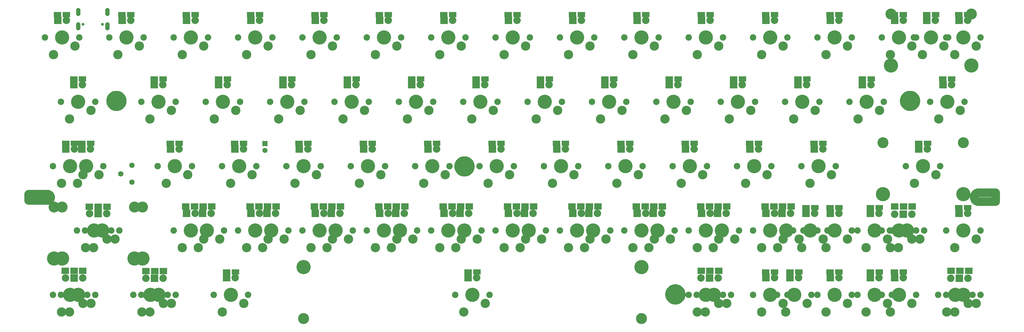
<source format=gbr>
G04 EAGLE Gerber RS-274X export*
G75*
%MOMM*%
%FSLAX66Y66*%
%LPD*%
%INSoldermask Top*%
%IPPOS*%
%AMOC8*
5,1,8,0,0,1.08239X$1,22.5*%
G01*
%ADD10C,0.001000*%
%ADD11C,3.500000*%
%ADD12C,2.500000*%
%ADD13C,4.203200*%
%ADD14C,1.903200*%
%ADD15C,2.743200*%
%ADD16C,2.203200*%
%ADD17R,2.203200X2.203200*%
%ADD18R,2.203200X1.503200*%
%ADD19C,3.253200*%
%ADD20R,2.203200X1.953200*%
%ADD21C,1.511200*%
%ADD22R,1.511200X1.511200*%
%ADD23C,1.603200*%
%ADD24C,0.853200*%
%ADD25C,1.311200*%
%ADD26R,1.403200X1.453200*%


D10*
X135856340Y58250000D02*
X135830611Y58195857D01*
X135806188Y58141112D01*
X135783084Y58085797D01*
X135761313Y58029944D01*
X135740888Y57973586D01*
X135721820Y57916754D01*
X135704120Y57859480D01*
X135687798Y57801799D01*
X135672864Y57743744D01*
X135659326Y57685347D01*
X135647192Y57626642D01*
X135636469Y57567663D01*
X135627164Y57508444D01*
X135619281Y57449018D01*
X135612825Y57389421D01*
X135607800Y57329687D01*
X135604208Y57269848D01*
X135602053Y57209941D01*
X135601334Y57150000D01*
X135602053Y57090059D01*
X135604208Y57030152D01*
X135607800Y56970313D01*
X135612825Y56910579D01*
X135619281Y56850982D01*
X135627164Y56791556D01*
X135636469Y56732337D01*
X135647192Y56673358D01*
X135659326Y56614653D01*
X135672864Y56556256D01*
X135687798Y56498201D01*
X135704120Y56440520D01*
X135721820Y56383246D01*
X135740888Y56326414D01*
X135761313Y56270056D01*
X135783084Y56214203D01*
X135806188Y56158888D01*
X135830611Y56104143D01*
X135856340Y56050000D01*
X267704340Y75448050D02*
X267678611Y75502193D01*
X267654188Y75556938D01*
X267631084Y75612253D01*
X267609313Y75668106D01*
X267588888Y75724464D01*
X267569820Y75781296D01*
X267552120Y75838570D01*
X267535798Y75896251D01*
X267520864Y75954306D01*
X267507326Y76012703D01*
X267495192Y76071408D01*
X267484469Y76130387D01*
X267475164Y76189606D01*
X267467281Y76249032D01*
X267460825Y76308629D01*
X267455800Y76368363D01*
X267452208Y76428202D01*
X267450053Y76488109D01*
X267449334Y76548050D01*
X267450053Y76607991D01*
X267452208Y76667898D01*
X267455800Y76727737D01*
X267460825Y76787471D01*
X267467281Y76847068D01*
X267475164Y76906494D01*
X267484469Y76965713D01*
X267495192Y77024692D01*
X267507326Y77083397D01*
X267520864Y77141794D01*
X267535798Y77199849D01*
X267552120Y77257530D01*
X267569820Y77314804D01*
X267588888Y77371636D01*
X267609313Y77427994D01*
X267631084Y77483847D01*
X267654188Y77539162D01*
X267678611Y77593907D01*
X267704340Y77648050D01*
X32856440Y77648550D02*
X32830711Y77594407D01*
X32806288Y77539662D01*
X32783184Y77484347D01*
X32761413Y77428494D01*
X32740988Y77372136D01*
X32721920Y77315304D01*
X32704220Y77258030D01*
X32687898Y77200349D01*
X32672964Y77142294D01*
X32659426Y77083897D01*
X32647292Y77025192D01*
X32636569Y76966213D01*
X32627264Y76906994D01*
X32619381Y76847568D01*
X32612925Y76787971D01*
X32607900Y76728237D01*
X32604308Y76668398D01*
X32602153Y76608491D01*
X32601434Y76548550D01*
X32602153Y76488609D01*
X32604308Y76428702D01*
X32607900Y76368863D01*
X32612925Y76309129D01*
X32619381Y76249532D01*
X32627264Y76190106D01*
X32636569Y76130887D01*
X32647292Y76071908D01*
X32659426Y76013203D01*
X32672964Y75954806D01*
X32687898Y75896751D01*
X32704220Y75839070D01*
X32721920Y75781796D01*
X32740988Y75724964D01*
X32761413Y75668606D01*
X32783184Y75612753D01*
X32806288Y75557438D01*
X32830711Y75502693D01*
X32856440Y75448550D01*
X198255009Y20350000D02*
X198229280Y20295857D01*
X198204857Y20241112D01*
X198181753Y20185797D01*
X198159982Y20129944D01*
X198139557Y20073586D01*
X198120489Y20016754D01*
X198102789Y19959480D01*
X198086467Y19901800D01*
X198071533Y19843744D01*
X198057995Y19785347D01*
X198045861Y19726642D01*
X198035138Y19667663D01*
X198025833Y19608444D01*
X198017950Y19549018D01*
X198011494Y19489421D01*
X198006469Y19429687D01*
X198002877Y19369848D01*
X198000722Y19309941D01*
X198000003Y19250000D01*
X198000722Y19190059D01*
X198002877Y19130152D01*
X198006469Y19070313D01*
X198011494Y19010579D01*
X198017950Y18950982D01*
X198025833Y18891556D01*
X198035138Y18832337D01*
X198045861Y18773358D01*
X198057995Y18714653D01*
X198071533Y18656256D01*
X198086467Y18598200D01*
X198102789Y18540520D01*
X198120489Y18483246D01*
X198139557Y18426414D01*
X198159982Y18370056D01*
X198181753Y18314203D01*
X198204857Y18258888D01*
X198229280Y18204143D01*
X198255009Y18150000D01*
X37601241Y76517419D02*
X37601241Y76579681D01*
X37346416Y77648550D02*
X37372145Y77594407D01*
X37396568Y77539662D01*
X37419672Y77484347D01*
X37441443Y77428494D01*
X37461868Y77372136D01*
X37480936Y77315304D01*
X37498636Y77258030D01*
X37514958Y77200350D01*
X37529892Y77142294D01*
X37543430Y77083897D01*
X37555564Y77025192D01*
X37566287Y76966213D01*
X37575592Y76906994D01*
X37583475Y76847568D01*
X37589931Y76787971D01*
X37594956Y76728237D01*
X37598548Y76668398D01*
X37600703Y76608491D01*
X37601422Y76548550D01*
X37600703Y76488609D01*
X37598548Y76428702D01*
X37594956Y76368863D01*
X37589931Y76309129D01*
X37583475Y76249532D01*
X37575592Y76190106D01*
X37566287Y76130887D01*
X37555564Y76071908D01*
X37543430Y76013203D01*
X37529892Y75954806D01*
X37514958Y75896750D01*
X37498636Y75839070D01*
X37480936Y75781796D01*
X37461868Y75724964D01*
X37441443Y75668606D01*
X37419672Y75612753D01*
X37396568Y75557438D01*
X37372145Y75502693D01*
X37346416Y75448550D01*
X135856340Y58250000D02*
X135830611Y58195857D01*
X135806188Y58141112D01*
X135783084Y58085797D01*
X135761313Y58029944D01*
X135740888Y57973586D01*
X135721820Y57916754D01*
X135704120Y57859480D01*
X135687798Y57801799D01*
X135672864Y57743744D01*
X135659326Y57685347D01*
X135647192Y57626642D01*
X135636469Y57567663D01*
X135627164Y57508444D01*
X135619281Y57449018D01*
X135612825Y57389421D01*
X135607800Y57329687D01*
X135604208Y57269848D01*
X135602053Y57209941D01*
X135601334Y57150000D01*
X135602053Y57090059D01*
X135604208Y57030152D01*
X135607800Y56970313D01*
X135612825Y56910579D01*
X135619281Y56850982D01*
X135627164Y56791556D01*
X135636469Y56732337D01*
X135647192Y56673358D01*
X135659326Y56614653D01*
X135672864Y56556256D01*
X135687798Y56498201D01*
X135704120Y56440520D01*
X135721820Y56383246D01*
X135740888Y56326414D01*
X135761313Y56270056D01*
X135783084Y56214203D01*
X135806188Y56158888D01*
X135830611Y56104143D01*
X135856340Y56050000D01*
X140346316Y56050000D02*
X140372045Y56104143D01*
X140396468Y56158888D01*
X140419572Y56214203D01*
X140441343Y56270056D01*
X140461768Y56326414D01*
X140480836Y56383246D01*
X140498536Y56440520D01*
X140514858Y56498200D01*
X140529792Y56556256D01*
X140543330Y56614653D01*
X140555464Y56673358D01*
X140566187Y56732337D01*
X140575492Y56791556D01*
X140583375Y56850982D01*
X140589831Y56910579D01*
X140594856Y56970313D01*
X140598448Y57030152D01*
X140600603Y57090059D01*
X140601322Y57150000D01*
X140600603Y57209941D01*
X140598448Y57269848D01*
X140594856Y57329687D01*
X140589831Y57389421D01*
X140583375Y57449018D01*
X140575492Y57508444D01*
X140566187Y57567663D01*
X140555464Y57626642D01*
X140543330Y57685347D01*
X140529792Y57743744D01*
X140514858Y57801800D01*
X140498536Y57859480D01*
X140480836Y57916754D01*
X140461768Y57973586D01*
X140441343Y58029944D01*
X140419572Y58085797D01*
X140396468Y58141112D01*
X140372045Y58195857D01*
X140346316Y58250000D01*
X140601141Y57181131D02*
X140601141Y57118869D01*
X198255009Y20350000D02*
X198229280Y20295857D01*
X198204857Y20241112D01*
X198181753Y20185797D01*
X198159982Y20129944D01*
X198139557Y20073586D01*
X198120489Y20016754D01*
X198102789Y19959480D01*
X198086467Y19901800D01*
X198071533Y19843744D01*
X198057995Y19785347D01*
X198045861Y19726642D01*
X198035138Y19667663D01*
X198025833Y19608444D01*
X198017950Y19549018D01*
X198011494Y19489421D01*
X198006469Y19429687D01*
X198002877Y19369848D01*
X198000722Y19309941D01*
X198000003Y19250000D01*
X198000722Y19190059D01*
X198002877Y19130152D01*
X198006469Y19070313D01*
X198011494Y19010579D01*
X198017950Y18950982D01*
X198025833Y18891556D01*
X198035138Y18832337D01*
X198045861Y18773358D01*
X198057995Y18714653D01*
X198071533Y18656256D01*
X198086467Y18598200D01*
X198102789Y18540520D01*
X198120489Y18483246D01*
X198139557Y18426414D01*
X198159982Y18370056D01*
X198181753Y18314203D01*
X198204857Y18258888D01*
X198229280Y18204143D01*
X198255009Y18150000D01*
X202744988Y18150000D02*
X202770717Y18204143D01*
X202795140Y18258888D01*
X202818244Y18314203D01*
X202840015Y18370056D01*
X202860440Y18426414D01*
X202879508Y18483246D01*
X202897208Y18540520D01*
X202913530Y18598200D01*
X202928464Y18656256D01*
X202942002Y18714653D01*
X202954136Y18773358D01*
X202964859Y18832337D01*
X202974164Y18891556D01*
X202982047Y18950982D01*
X202988503Y19010579D01*
X202993528Y19070313D01*
X202997120Y19130152D01*
X202999275Y19190059D01*
X202999994Y19250000D01*
X202999275Y19309941D01*
X202997120Y19369848D01*
X202993528Y19429687D01*
X202988503Y19489421D01*
X202982047Y19549018D01*
X202974164Y19608444D01*
X202964859Y19667663D01*
X202954136Y19726642D01*
X202942002Y19785347D01*
X202928464Y19843744D01*
X202913530Y19901800D01*
X202897208Y19959480D01*
X202879508Y20016754D01*
X202860440Y20073586D01*
X202840015Y20129944D01*
X202818244Y20185797D01*
X202795140Y20241112D01*
X202770717Y20295857D01*
X202744988Y20350000D01*
X202999809Y19281131D02*
X202999809Y19218869D01*
X267704340Y75448050D02*
X267678611Y75502193D01*
X267654188Y75556938D01*
X267631084Y75612253D01*
X267609313Y75668106D01*
X267588888Y75724464D01*
X267569820Y75781296D01*
X267552120Y75838570D01*
X267535798Y75896251D01*
X267520864Y75954306D01*
X267507326Y76012703D01*
X267495192Y76071408D01*
X267484469Y76130387D01*
X267475164Y76189606D01*
X267467281Y76249032D01*
X267460825Y76308629D01*
X267455800Y76368363D01*
X267452208Y76428202D01*
X267450053Y76488109D01*
X267449334Y76548050D01*
X267450053Y76607991D01*
X267452208Y76667898D01*
X267455800Y76727737D01*
X267460825Y76787471D01*
X267467281Y76847068D01*
X267475164Y76906494D01*
X267484469Y76965713D01*
X267495192Y77024692D01*
X267507326Y77083397D01*
X267520864Y77141794D01*
X267535798Y77199849D01*
X267552120Y77257530D01*
X267569820Y77314804D01*
X267588888Y77371636D01*
X267609313Y77427994D01*
X267631084Y77483847D01*
X267654188Y77539162D01*
X267678611Y77593907D01*
X267704340Y77648050D01*
X272194316Y77648050D02*
X272220045Y77593907D01*
X272244468Y77539162D01*
X272267572Y77483847D01*
X272289343Y77427994D01*
X272309768Y77371636D01*
X272328836Y77314804D01*
X272346536Y77257530D01*
X272362858Y77199850D01*
X272377792Y77141794D01*
X272391330Y77083397D01*
X272403464Y77024692D01*
X272414187Y76965713D01*
X272423492Y76906494D01*
X272431375Y76847068D01*
X272437831Y76787471D01*
X272442856Y76727737D01*
X272446448Y76667898D01*
X272448603Y76607991D01*
X272449322Y76548050D01*
X272448603Y76488109D01*
X272446448Y76428202D01*
X272442856Y76368363D01*
X272437831Y76308629D01*
X272431375Y76249032D01*
X272423492Y76189606D01*
X272414187Y76130387D01*
X272403464Y76071408D01*
X272391330Y76012703D01*
X272377792Y75954306D01*
X272362858Y75896250D01*
X272346536Y75838570D01*
X272328836Y75781296D01*
X272309768Y75724464D01*
X272289343Y75668106D01*
X272267572Y75612253D01*
X272244468Y75556938D01*
X272220045Y75502193D01*
X272194316Y75448050D01*
X272449141Y76516919D02*
X272449141Y76579181D01*
X272194316Y77648050D02*
X272220045Y77593907D01*
X272244468Y77539162D01*
X272267572Y77483847D01*
X272289343Y77427994D01*
X272309768Y77371636D01*
X272328836Y77314804D01*
X272346536Y77257530D01*
X272362858Y77199850D01*
X272377792Y77141794D01*
X272391330Y77083397D01*
X272403464Y77024692D01*
X272414187Y76965713D01*
X272423492Y76906494D01*
X272431375Y76847068D01*
X272437831Y76787471D01*
X272442856Y76727737D01*
X272446448Y76667898D01*
X272448603Y76607991D01*
X272449322Y76548050D01*
X272448603Y76488109D01*
X272446448Y76428202D01*
X272442856Y76368363D01*
X272437831Y76308629D01*
X272431375Y76249032D01*
X272423492Y76189606D01*
X272414187Y76130387D01*
X272403464Y76071408D01*
X272391330Y76012703D01*
X272377792Y75954306D01*
X272362858Y75896250D01*
X272346536Y75838570D01*
X272328836Y75781296D01*
X272309768Y75724464D01*
X272289343Y75668106D01*
X272267572Y75612253D01*
X272244468Y75556938D01*
X272220045Y75502193D01*
X272194316Y75448050D01*
X202744988Y20350000D02*
X202770717Y20295857D01*
X202795140Y20241112D01*
X202818244Y20185797D01*
X202840015Y20129944D01*
X202860440Y20073586D01*
X202879508Y20016754D01*
X202897208Y19959480D01*
X202913530Y19901800D01*
X202928464Y19843744D01*
X202942002Y19785347D01*
X202954136Y19726642D01*
X202964859Y19667663D01*
X202974164Y19608444D01*
X202982047Y19549018D01*
X202988503Y19489421D01*
X202993528Y19429687D01*
X202997120Y19369848D01*
X202999275Y19309941D01*
X202999994Y19250000D01*
X202999275Y19190059D01*
X202997120Y19130152D01*
X202993528Y19070313D01*
X202988503Y19010579D01*
X202982047Y18950982D01*
X202974164Y18891556D01*
X202964859Y18832337D01*
X202954136Y18773358D01*
X202942002Y18714653D01*
X202928464Y18656256D01*
X202913530Y18598200D01*
X202897208Y18540520D01*
X202879508Y18483246D01*
X202860440Y18426414D01*
X202840015Y18370056D01*
X202818244Y18314203D01*
X202795140Y18258888D01*
X202770717Y18204143D01*
X202744988Y18150000D01*
X140346316Y56050000D02*
X140372045Y56104143D01*
X140396468Y56158888D01*
X140419572Y56214203D01*
X140441343Y56270056D01*
X140461768Y56326414D01*
X140480836Y56383246D01*
X140498536Y56440520D01*
X140514858Y56498200D01*
X140529792Y56556256D01*
X140543330Y56614653D01*
X140555464Y56673358D01*
X140566187Y56732337D01*
X140575492Y56791556D01*
X140583375Y56850982D01*
X140589831Y56910579D01*
X140594856Y56970313D01*
X140598448Y57030152D01*
X140600603Y57090059D01*
X140601322Y57150000D01*
X140600603Y57209941D01*
X140598448Y57269848D01*
X140594856Y57329687D01*
X140589831Y57389421D01*
X140583375Y57449018D01*
X140575492Y57508444D01*
X140566187Y57567663D01*
X140555464Y57626642D01*
X140543330Y57685347D01*
X140529792Y57743744D01*
X140514858Y57801800D01*
X140498536Y57859480D01*
X140480836Y57916754D01*
X140461768Y57973586D01*
X140441343Y58029944D01*
X140419572Y58085797D01*
X140396468Y58141112D01*
X140372045Y58195857D01*
X140346316Y58250000D01*
D11*
X33851431Y76548550D02*
X33851807Y76579227D01*
X33852937Y76609885D01*
X33854818Y76640506D01*
X33857450Y76671071D01*
X33860832Y76701563D01*
X33864960Y76731963D01*
X33869834Y76762252D01*
X33875449Y76792413D01*
X33881803Y76822427D01*
X33888892Y76852275D01*
X33896711Y76881941D01*
X33905256Y76911406D01*
X33914521Y76940652D01*
X33924501Y76969662D01*
X33935190Y76998419D01*
X33946582Y77026904D01*
X33958669Y77055102D01*
X33971444Y77082994D01*
X33984901Y77110564D01*
X33999029Y77137796D01*
X34013822Y77164673D01*
X34029270Y77191178D01*
X34045364Y77217297D01*
X34062094Y77243013D01*
X34079450Y77268310D01*
X34097422Y77293174D01*
X34115998Y77317589D01*
X34135168Y77341542D01*
X34154920Y77365016D01*
X34175242Y77387999D01*
X34196122Y77410476D01*
X34217548Y77432433D01*
X34239505Y77453859D01*
X34261982Y77474739D01*
X34284965Y77495061D01*
X34308439Y77514813D01*
X34332392Y77533983D01*
X34356807Y77552559D01*
X34381671Y77570531D01*
X34406968Y77587887D01*
X34432684Y77604617D01*
X34458803Y77620711D01*
X34485308Y77636159D01*
X34512185Y77650952D01*
X34539417Y77665080D01*
X34566987Y77678537D01*
X34594879Y77691312D01*
X34623077Y77703399D01*
X34651562Y77714791D01*
X34680319Y77725480D01*
X34709329Y77735460D01*
X34738575Y77744725D01*
X34768040Y77753270D01*
X34797706Y77761089D01*
X34827554Y77768178D01*
X34857568Y77774532D01*
X34887729Y77780147D01*
X34918018Y77785021D01*
X34948418Y77789149D01*
X34978910Y77792531D01*
X35009475Y77795163D01*
X35040096Y77797044D01*
X35070754Y77798174D01*
X35101431Y77798550D01*
X35132108Y77798174D01*
X35162766Y77797044D01*
X35193387Y77795163D01*
X35223952Y77792531D01*
X35254444Y77789149D01*
X35284844Y77785021D01*
X35315133Y77780147D01*
X35345294Y77774532D01*
X35375308Y77768178D01*
X35405156Y77761089D01*
X35434822Y77753270D01*
X35464287Y77744725D01*
X35493533Y77735460D01*
X35522543Y77725480D01*
X35551300Y77714791D01*
X35579785Y77703399D01*
X35607983Y77691312D01*
X35635875Y77678537D01*
X35663445Y77665080D01*
X35690677Y77650952D01*
X35717554Y77636159D01*
X35744059Y77620711D01*
X35770178Y77604617D01*
X35795894Y77587887D01*
X35821191Y77570531D01*
X35846055Y77552559D01*
X35870470Y77533983D01*
X35894423Y77514813D01*
X35917897Y77495061D01*
X35940880Y77474739D01*
X35963357Y77453859D01*
X35985314Y77432433D01*
X36006740Y77410476D01*
X36027620Y77387999D01*
X36047942Y77365016D01*
X36067694Y77341542D01*
X36086864Y77317589D01*
X36105440Y77293174D01*
X36123412Y77268310D01*
X36140768Y77243013D01*
X36157498Y77217297D01*
X36173592Y77191178D01*
X36189040Y77164673D01*
X36203833Y77137796D01*
X36217961Y77110564D01*
X36231418Y77082994D01*
X36244193Y77055102D01*
X36256280Y77026904D01*
X36267672Y76998419D01*
X36278361Y76969662D01*
X36288341Y76940652D01*
X36297606Y76911406D01*
X36306151Y76881941D01*
X36313970Y76852275D01*
X36321059Y76822427D01*
X36327413Y76792413D01*
X36333028Y76762252D01*
X36337902Y76731963D01*
X36342030Y76701563D01*
X36345412Y76671071D01*
X36348044Y76640506D01*
X36349925Y76609885D01*
X36351055Y76579227D01*
X36351431Y76548550D01*
X36351055Y76517873D01*
X36349925Y76487215D01*
X36348044Y76456594D01*
X36345412Y76426029D01*
X36342030Y76395537D01*
X36337902Y76365137D01*
X36333028Y76334848D01*
X36327413Y76304687D01*
X36321059Y76274673D01*
X36313970Y76244825D01*
X36306151Y76215159D01*
X36297606Y76185694D01*
X36288341Y76156448D01*
X36278361Y76127438D01*
X36267672Y76098681D01*
X36256280Y76070196D01*
X36244193Y76041998D01*
X36231418Y76014106D01*
X36217961Y75986536D01*
X36203833Y75959304D01*
X36189040Y75932427D01*
X36173592Y75905922D01*
X36157498Y75879803D01*
X36140768Y75854087D01*
X36123412Y75828790D01*
X36105440Y75803926D01*
X36086864Y75779511D01*
X36067694Y75755558D01*
X36047942Y75732084D01*
X36027620Y75709101D01*
X36006740Y75686624D01*
X35985314Y75664667D01*
X35963357Y75643241D01*
X35940880Y75622361D01*
X35917897Y75602039D01*
X35894423Y75582287D01*
X35870470Y75563117D01*
X35846055Y75544541D01*
X35821191Y75526569D01*
X35795894Y75509213D01*
X35770178Y75492483D01*
X35744059Y75476389D01*
X35717554Y75460941D01*
X35690677Y75446148D01*
X35663445Y75432020D01*
X35635875Y75418563D01*
X35607983Y75405788D01*
X35579785Y75393701D01*
X35551300Y75382309D01*
X35522543Y75371620D01*
X35493533Y75361640D01*
X35464287Y75352375D01*
X35434822Y75343830D01*
X35405156Y75336011D01*
X35375308Y75328922D01*
X35345294Y75322568D01*
X35315133Y75316953D01*
X35284844Y75312079D01*
X35254444Y75307951D01*
X35223952Y75304569D01*
X35193387Y75301937D01*
X35162766Y75300056D01*
X35132108Y75298926D01*
X35101431Y75298550D01*
X35070754Y75298926D01*
X35040096Y75300056D01*
X35009475Y75301937D01*
X34978910Y75304569D01*
X34948418Y75307951D01*
X34918018Y75312079D01*
X34887729Y75316953D01*
X34857568Y75322568D01*
X34827554Y75328922D01*
X34797706Y75336011D01*
X34768040Y75343830D01*
X34738575Y75352375D01*
X34709329Y75361640D01*
X34680319Y75371620D01*
X34651562Y75382309D01*
X34623077Y75393701D01*
X34594879Y75405788D01*
X34566987Y75418563D01*
X34539417Y75432020D01*
X34512185Y75446148D01*
X34485308Y75460941D01*
X34458803Y75476389D01*
X34432684Y75492483D01*
X34406968Y75509213D01*
X34381671Y75526569D01*
X34356807Y75544541D01*
X34332392Y75563117D01*
X34308439Y75582287D01*
X34284965Y75602039D01*
X34261982Y75622361D01*
X34239505Y75643241D01*
X34217548Y75664667D01*
X34196122Y75686624D01*
X34175242Y75709101D01*
X34154920Y75732084D01*
X34135168Y75755558D01*
X34115998Y75779511D01*
X34097422Y75803926D01*
X34079450Y75828790D01*
X34062094Y75854087D01*
X34045364Y75879803D01*
X34029270Y75905922D01*
X34013822Y75932427D01*
X33999029Y75959304D01*
X33984901Y75986536D01*
X33971444Y76014106D01*
X33958669Y76041998D01*
X33946582Y76070196D01*
X33935190Y76098681D01*
X33924501Y76127438D01*
X33914521Y76156448D01*
X33905256Y76185694D01*
X33896711Y76215159D01*
X33888892Y76244825D01*
X33881803Y76274673D01*
X33875449Y76304687D01*
X33869834Y76334848D01*
X33864960Y76365137D01*
X33860832Y76395537D01*
X33857450Y76426029D01*
X33854818Y76456594D01*
X33852937Y76487215D01*
X33851807Y76517873D01*
X33851431Y76548550D01*
D12*
X14738281Y48862890D02*
X14761105Y48862612D01*
X14783916Y48861778D01*
X14806700Y48860390D01*
X14829443Y48858446D01*
X14852132Y48855950D01*
X14874754Y48852901D01*
X14897295Y48849303D01*
X14919741Y48845157D01*
X14942080Y48840466D01*
X14964297Y48835232D01*
X14986381Y48829458D01*
X15008318Y48823149D01*
X15030095Y48816307D01*
X15051698Y48808937D01*
X15073116Y48801043D01*
X15094335Y48792630D01*
X15115343Y48783702D01*
X15136127Y48774266D01*
X15156675Y48764326D01*
X15176975Y48753889D01*
X15197015Y48742961D01*
X15216783Y48731548D01*
X15236267Y48719657D01*
X15255456Y48707295D01*
X15274338Y48694470D01*
X15292903Y48681188D01*
X15311138Y48667458D01*
X15329033Y48653289D01*
X15346579Y48638688D01*
X15363763Y48623663D01*
X15380576Y48608225D01*
X15397009Y48592382D01*
X15413051Y48576144D01*
X15428693Y48559520D01*
X15443925Y48542519D01*
X15458739Y48525153D01*
X15473125Y48507432D01*
X15487076Y48489365D01*
X15500582Y48470964D01*
X15513637Y48452239D01*
X15526232Y48433202D01*
X15538359Y48413865D01*
X15550012Y48394237D01*
X15561183Y48374332D01*
X15571867Y48354160D01*
X15582056Y48333734D01*
X15591744Y48313066D01*
X15600927Y48292169D01*
X15609598Y48271054D01*
X15617752Y48249734D01*
X15625385Y48228222D01*
X15632491Y48206530D01*
X15639067Y48184672D01*
X15645109Y48162660D01*
X15650613Y48140507D01*
X15655576Y48118228D01*
X15659996Y48095833D01*
X15663868Y48073338D01*
X15667191Y48050755D01*
X15669964Y48028098D01*
X15672184Y48005380D01*
X15673850Y47982615D01*
X15674962Y47959816D01*
X15675518Y47936997D01*
X15675518Y47914171D01*
X15674962Y47891352D01*
X15673850Y47868553D01*
X15672184Y47845788D01*
X15669964Y47823070D01*
X15667191Y47800413D01*
X15663868Y47777830D01*
X15659996Y47755335D01*
X15655576Y47732940D01*
X15650613Y47710661D01*
X15645109Y47688508D01*
X15639067Y47666496D01*
X15632491Y47644638D01*
X15625385Y47622946D01*
X15617752Y47601434D01*
X15609598Y47580114D01*
X15600927Y47558999D01*
X15591744Y47538102D01*
X15582056Y47517434D01*
X15571867Y47497008D01*
X15561183Y47476836D01*
X15550012Y47456931D01*
X15538359Y47437303D01*
X15526232Y47417966D01*
X15513637Y47398929D01*
X15500582Y47380204D01*
X15487076Y47361803D01*
X15473125Y47343736D01*
X15458739Y47326015D01*
X15443925Y47308649D01*
X15428693Y47291648D01*
X15413051Y47275024D01*
X15397009Y47258786D01*
X15380576Y47242943D01*
X15363763Y47227505D01*
X15346579Y47212480D01*
X15329033Y47197879D01*
X15311138Y47183710D01*
X15292903Y47169980D01*
X15274338Y47156698D01*
X15255456Y47143873D01*
X15236267Y47131511D01*
X15216783Y47119620D01*
X15197015Y47108207D01*
X15176975Y47097279D01*
X15156675Y47086842D01*
X15136127Y47076902D01*
X15115343Y47067466D01*
X15094335Y47058538D01*
X15073116Y47050125D01*
X15051698Y47042231D01*
X15030095Y47034861D01*
X15008318Y47028019D01*
X14986381Y47021710D01*
X14964297Y47015936D01*
X14942080Y47010702D01*
X14919741Y47006011D01*
X14897295Y47001865D01*
X14874754Y46998267D01*
X14852132Y46995218D01*
X14829443Y46992722D01*
X14806700Y46990778D01*
X14783916Y46989390D01*
X14761105Y46988556D01*
X14738281Y46988278D01*
D11*
X136851331Y57150000D02*
X136851707Y57180677D01*
X136852837Y57211335D01*
X136854718Y57241956D01*
X136857350Y57272521D01*
X136860732Y57303013D01*
X136864860Y57333413D01*
X136869734Y57363702D01*
X136875349Y57393863D01*
X136881703Y57423877D01*
X136888792Y57453725D01*
X136896611Y57483391D01*
X136905156Y57512856D01*
X136914421Y57542102D01*
X136924401Y57571112D01*
X136935090Y57599869D01*
X136946482Y57628354D01*
X136958569Y57656552D01*
X136971344Y57684444D01*
X136984801Y57712014D01*
X136998929Y57739246D01*
X137013722Y57766123D01*
X137029170Y57792628D01*
X137045264Y57818747D01*
X137061994Y57844463D01*
X137079350Y57869760D01*
X137097322Y57894624D01*
X137115898Y57919039D01*
X137135068Y57942992D01*
X137154820Y57966466D01*
X137175142Y57989449D01*
X137196022Y58011926D01*
X137217448Y58033883D01*
X137239405Y58055309D01*
X137261882Y58076189D01*
X137284865Y58096511D01*
X137308339Y58116263D01*
X137332292Y58135433D01*
X137356707Y58154009D01*
X137381571Y58171981D01*
X137406868Y58189337D01*
X137432584Y58206067D01*
X137458703Y58222161D01*
X137485208Y58237609D01*
X137512085Y58252402D01*
X137539317Y58266530D01*
X137566887Y58279987D01*
X137594779Y58292762D01*
X137622977Y58304849D01*
X137651462Y58316241D01*
X137680219Y58326930D01*
X137709229Y58336910D01*
X137738475Y58346175D01*
X137767940Y58354720D01*
X137797606Y58362539D01*
X137827454Y58369628D01*
X137857468Y58375982D01*
X137887629Y58381597D01*
X137917918Y58386471D01*
X137948318Y58390599D01*
X137978810Y58393981D01*
X138009375Y58396613D01*
X138039996Y58398494D01*
X138070654Y58399624D01*
X138101331Y58400000D01*
X138132008Y58399624D01*
X138162666Y58398494D01*
X138193287Y58396613D01*
X138223852Y58393981D01*
X138254344Y58390599D01*
X138284744Y58386471D01*
X138315033Y58381597D01*
X138345194Y58375982D01*
X138375208Y58369628D01*
X138405056Y58362539D01*
X138434722Y58354720D01*
X138464187Y58346175D01*
X138493433Y58336910D01*
X138522443Y58326930D01*
X138551200Y58316241D01*
X138579685Y58304849D01*
X138607883Y58292762D01*
X138635775Y58279987D01*
X138663345Y58266530D01*
X138690577Y58252402D01*
X138717454Y58237609D01*
X138743959Y58222161D01*
X138770078Y58206067D01*
X138795794Y58189337D01*
X138821091Y58171981D01*
X138845955Y58154009D01*
X138870370Y58135433D01*
X138894323Y58116263D01*
X138917797Y58096511D01*
X138940780Y58076189D01*
X138963257Y58055309D01*
X138985214Y58033883D01*
X139006640Y58011926D01*
X139027520Y57989449D01*
X139047842Y57966466D01*
X139067594Y57942992D01*
X139086764Y57919039D01*
X139105340Y57894624D01*
X139123312Y57869760D01*
X139140668Y57844463D01*
X139157398Y57818747D01*
X139173492Y57792628D01*
X139188940Y57766123D01*
X139203733Y57739246D01*
X139217861Y57712014D01*
X139231318Y57684444D01*
X139244093Y57656552D01*
X139256180Y57628354D01*
X139267572Y57599869D01*
X139278261Y57571112D01*
X139288241Y57542102D01*
X139297506Y57512856D01*
X139306051Y57483391D01*
X139313870Y57453725D01*
X139320959Y57423877D01*
X139327313Y57393863D01*
X139332928Y57363702D01*
X139337802Y57333413D01*
X139341930Y57303013D01*
X139345312Y57272521D01*
X139347944Y57241956D01*
X139349825Y57211335D01*
X139350955Y57180677D01*
X139351331Y57150000D01*
X139350955Y57119323D01*
X139349825Y57088665D01*
X139347944Y57058044D01*
X139345312Y57027479D01*
X139341930Y56996987D01*
X139337802Y56966587D01*
X139332928Y56936298D01*
X139327313Y56906137D01*
X139320959Y56876123D01*
X139313870Y56846275D01*
X139306051Y56816609D01*
X139297506Y56787144D01*
X139288241Y56757898D01*
X139278261Y56728888D01*
X139267572Y56700131D01*
X139256180Y56671646D01*
X139244093Y56643448D01*
X139231318Y56615556D01*
X139217861Y56587986D01*
X139203733Y56560754D01*
X139188940Y56533877D01*
X139173492Y56507372D01*
X139157398Y56481253D01*
X139140668Y56455537D01*
X139123312Y56430240D01*
X139105340Y56405376D01*
X139086764Y56380961D01*
X139067594Y56357008D01*
X139047842Y56333534D01*
X139027520Y56310551D01*
X139006640Y56288074D01*
X138985214Y56266117D01*
X138963257Y56244691D01*
X138940780Y56223811D01*
X138917797Y56203489D01*
X138894323Y56183737D01*
X138870370Y56164567D01*
X138845955Y56145991D01*
X138821091Y56128019D01*
X138795794Y56110663D01*
X138770078Y56093933D01*
X138743959Y56077839D01*
X138717454Y56062391D01*
X138690577Y56047598D01*
X138663345Y56033470D01*
X138635775Y56020013D01*
X138607883Y56007238D01*
X138579685Y55995151D01*
X138551200Y55983759D01*
X138522443Y55973070D01*
X138493433Y55963090D01*
X138464187Y55953825D01*
X138434722Y55945280D01*
X138405056Y55937461D01*
X138375208Y55930372D01*
X138345194Y55924018D01*
X138315033Y55918403D01*
X138284744Y55913529D01*
X138254344Y55909401D01*
X138223852Y55906019D01*
X138193287Y55903387D01*
X138162666Y55901506D01*
X138132008Y55900376D01*
X138101331Y55900000D01*
X138070654Y55900376D01*
X138039996Y55901506D01*
X138009375Y55903387D01*
X137978810Y55906019D01*
X137948318Y55909401D01*
X137917918Y55913529D01*
X137887629Y55918403D01*
X137857468Y55924018D01*
X137827454Y55930372D01*
X137797606Y55937461D01*
X137767940Y55945280D01*
X137738475Y55953825D01*
X137709229Y55963090D01*
X137680219Y55973070D01*
X137651462Y55983759D01*
X137622977Y55995151D01*
X137594779Y56007238D01*
X137566887Y56020013D01*
X137539317Y56033470D01*
X137512085Y56047598D01*
X137485208Y56062391D01*
X137458703Y56077839D01*
X137432584Y56093933D01*
X137406868Y56110663D01*
X137381571Y56128019D01*
X137356707Y56145991D01*
X137332292Y56164567D01*
X137308339Y56183737D01*
X137284865Y56203489D01*
X137261882Y56223811D01*
X137239405Y56244691D01*
X137217448Y56266117D01*
X137196022Y56288074D01*
X137175142Y56310551D01*
X137154820Y56333534D01*
X137135068Y56357008D01*
X137115898Y56380961D01*
X137097322Y56405376D01*
X137079350Y56430240D01*
X137061994Y56455537D01*
X137045264Y56481253D01*
X137029170Y56507372D01*
X137013722Y56533877D01*
X136998929Y56560754D01*
X136984801Y56587986D01*
X136971344Y56615556D01*
X136958569Y56643448D01*
X136946482Y56671646D01*
X136935090Y56700131D01*
X136924401Y56728888D01*
X136914421Y56757898D01*
X136905156Y56787144D01*
X136896611Y56816609D01*
X136888792Y56846275D01*
X136881703Y56876123D01*
X136875349Y56906137D01*
X136869734Y56936298D01*
X136864860Y56966587D01*
X136860732Y56996987D01*
X136857350Y57027479D01*
X136854718Y57058044D01*
X136852837Y57088665D01*
X136851707Y57119323D01*
X136851331Y57150000D01*
X199250000Y19250000D02*
X199250376Y19280677D01*
X199251506Y19311335D01*
X199253387Y19341956D01*
X199256019Y19372521D01*
X199259401Y19403013D01*
X199263529Y19433413D01*
X199268403Y19463702D01*
X199274018Y19493863D01*
X199280372Y19523877D01*
X199287461Y19553725D01*
X199295280Y19583391D01*
X199303825Y19612856D01*
X199313090Y19642102D01*
X199323070Y19671112D01*
X199333759Y19699869D01*
X199345151Y19728354D01*
X199357238Y19756552D01*
X199370013Y19784444D01*
X199383470Y19812014D01*
X199397598Y19839246D01*
X199412391Y19866123D01*
X199427839Y19892628D01*
X199443933Y19918747D01*
X199460663Y19944463D01*
X199478019Y19969760D01*
X199495991Y19994624D01*
X199514567Y20019039D01*
X199533737Y20042992D01*
X199553489Y20066466D01*
X199573811Y20089449D01*
X199594691Y20111926D01*
X199616117Y20133883D01*
X199638074Y20155309D01*
X199660551Y20176189D01*
X199683534Y20196511D01*
X199707008Y20216263D01*
X199730961Y20235433D01*
X199755376Y20254009D01*
X199780240Y20271981D01*
X199805537Y20289337D01*
X199831253Y20306067D01*
X199857372Y20322161D01*
X199883877Y20337609D01*
X199910754Y20352402D01*
X199937986Y20366530D01*
X199965556Y20379987D01*
X199993448Y20392762D01*
X200021646Y20404849D01*
X200050131Y20416241D01*
X200078888Y20426930D01*
X200107898Y20436910D01*
X200137144Y20446175D01*
X200166609Y20454720D01*
X200196275Y20462539D01*
X200226123Y20469628D01*
X200256137Y20475982D01*
X200286298Y20481597D01*
X200316587Y20486471D01*
X200346987Y20490599D01*
X200377479Y20493981D01*
X200408044Y20496613D01*
X200438665Y20498494D01*
X200469323Y20499624D01*
X200500000Y20500000D01*
X200530677Y20499624D01*
X200561335Y20498494D01*
X200591956Y20496613D01*
X200622521Y20493981D01*
X200653013Y20490599D01*
X200683413Y20486471D01*
X200713702Y20481597D01*
X200743863Y20475982D01*
X200773877Y20469628D01*
X200803725Y20462539D01*
X200833391Y20454720D01*
X200862856Y20446175D01*
X200892102Y20436910D01*
X200921112Y20426930D01*
X200949869Y20416241D01*
X200978354Y20404849D01*
X201006552Y20392762D01*
X201034444Y20379987D01*
X201062014Y20366530D01*
X201089246Y20352402D01*
X201116123Y20337609D01*
X201142628Y20322161D01*
X201168747Y20306067D01*
X201194463Y20289337D01*
X201219760Y20271981D01*
X201244624Y20254009D01*
X201269039Y20235433D01*
X201292992Y20216263D01*
X201316466Y20196511D01*
X201339449Y20176189D01*
X201361926Y20155309D01*
X201383883Y20133883D01*
X201405309Y20111926D01*
X201426189Y20089449D01*
X201446511Y20066466D01*
X201466263Y20042992D01*
X201485433Y20019039D01*
X201504009Y19994624D01*
X201521981Y19969760D01*
X201539337Y19944463D01*
X201556067Y19918747D01*
X201572161Y19892628D01*
X201587609Y19866123D01*
X201602402Y19839246D01*
X201616530Y19812014D01*
X201629987Y19784444D01*
X201642762Y19756552D01*
X201654849Y19728354D01*
X201666241Y19699869D01*
X201676930Y19671112D01*
X201686910Y19642102D01*
X201696175Y19612856D01*
X201704720Y19583391D01*
X201712539Y19553725D01*
X201719628Y19523877D01*
X201725982Y19493863D01*
X201731597Y19463702D01*
X201736471Y19433413D01*
X201740599Y19403013D01*
X201743981Y19372521D01*
X201746613Y19341956D01*
X201748494Y19311335D01*
X201749624Y19280677D01*
X201750000Y19250000D01*
X201749624Y19219323D01*
X201748494Y19188665D01*
X201746613Y19158044D01*
X201743981Y19127479D01*
X201740599Y19096987D01*
X201736471Y19066587D01*
X201731597Y19036298D01*
X201725982Y19006137D01*
X201719628Y18976123D01*
X201712539Y18946275D01*
X201704720Y18916609D01*
X201696175Y18887144D01*
X201686910Y18857898D01*
X201676930Y18828888D01*
X201666241Y18800131D01*
X201654849Y18771646D01*
X201642762Y18743448D01*
X201629987Y18715556D01*
X201616530Y18687986D01*
X201602402Y18660754D01*
X201587609Y18633877D01*
X201572161Y18607372D01*
X201556067Y18581253D01*
X201539337Y18555537D01*
X201521981Y18530240D01*
X201504009Y18505376D01*
X201485433Y18480961D01*
X201466263Y18457008D01*
X201446511Y18433534D01*
X201426189Y18410551D01*
X201405309Y18388074D01*
X201383883Y18366117D01*
X201361926Y18344691D01*
X201339449Y18323811D01*
X201316466Y18303489D01*
X201292992Y18283737D01*
X201269039Y18264567D01*
X201244624Y18245991D01*
X201219760Y18228019D01*
X201194463Y18210663D01*
X201168747Y18193933D01*
X201142628Y18177839D01*
X201116123Y18162391D01*
X201089246Y18147598D01*
X201062014Y18133470D01*
X201034444Y18120013D01*
X201006552Y18107238D01*
X200978354Y18095151D01*
X200949869Y18083759D01*
X200921112Y18073070D01*
X200892102Y18063090D01*
X200862856Y18053825D01*
X200833391Y18045280D01*
X200803725Y18037461D01*
X200773877Y18030372D01*
X200743863Y18024018D01*
X200713702Y18018403D01*
X200683413Y18013529D01*
X200653013Y18009401D01*
X200622521Y18006019D01*
X200591956Y18003387D01*
X200561335Y18001506D01*
X200530677Y18000376D01*
X200500000Y18000000D01*
X200469323Y18000376D01*
X200438665Y18001506D01*
X200408044Y18003387D01*
X200377479Y18006019D01*
X200346987Y18009401D01*
X200316587Y18013529D01*
X200286298Y18018403D01*
X200256137Y18024018D01*
X200226123Y18030372D01*
X200196275Y18037461D01*
X200166609Y18045280D01*
X200137144Y18053825D01*
X200107898Y18063090D01*
X200078888Y18073070D01*
X200050131Y18083759D01*
X200021646Y18095151D01*
X199993448Y18107238D01*
X199965556Y18120013D01*
X199937986Y18133470D01*
X199910754Y18147598D01*
X199883877Y18162391D01*
X199857372Y18177839D01*
X199831253Y18193933D01*
X199805537Y18210663D01*
X199780240Y18228019D01*
X199755376Y18245991D01*
X199730961Y18264567D01*
X199707008Y18283737D01*
X199683534Y18303489D01*
X199660551Y18323811D01*
X199638074Y18344691D01*
X199616117Y18366117D01*
X199594691Y18388074D01*
X199573811Y18410551D01*
X199553489Y18433534D01*
X199533737Y18457008D01*
X199514567Y18480961D01*
X199495991Y18505376D01*
X199478019Y18530240D01*
X199460663Y18555537D01*
X199443933Y18581253D01*
X199427839Y18607372D01*
X199412391Y18633877D01*
X199397598Y18660754D01*
X199383470Y18687986D01*
X199370013Y18715556D01*
X199357238Y18743448D01*
X199345151Y18771646D01*
X199333759Y18800131D01*
X199323070Y18828888D01*
X199313090Y18857898D01*
X199303825Y18887144D01*
X199295280Y18916609D01*
X199287461Y18946275D01*
X199280372Y18976123D01*
X199274018Y19006137D01*
X199268403Y19036298D01*
X199263529Y19066587D01*
X199259401Y19096987D01*
X199256019Y19127479D01*
X199253387Y19158044D01*
X199251506Y19188665D01*
X199250376Y19219323D01*
X199250000Y19250000D01*
X268699331Y76548050D02*
X268699707Y76578727D01*
X268700837Y76609385D01*
X268702718Y76640006D01*
X268705350Y76670571D01*
X268708732Y76701063D01*
X268712860Y76731463D01*
X268717734Y76761752D01*
X268723349Y76791913D01*
X268729703Y76821927D01*
X268736792Y76851775D01*
X268744611Y76881441D01*
X268753156Y76910906D01*
X268762421Y76940152D01*
X268772401Y76969162D01*
X268783090Y76997919D01*
X268794482Y77026404D01*
X268806569Y77054602D01*
X268819344Y77082494D01*
X268832801Y77110064D01*
X268846929Y77137296D01*
X268861722Y77164173D01*
X268877170Y77190678D01*
X268893264Y77216797D01*
X268909994Y77242513D01*
X268927350Y77267810D01*
X268945322Y77292674D01*
X268963898Y77317089D01*
X268983068Y77341042D01*
X269002820Y77364516D01*
X269023142Y77387499D01*
X269044022Y77409976D01*
X269065448Y77431933D01*
X269087405Y77453359D01*
X269109882Y77474239D01*
X269132865Y77494561D01*
X269156339Y77514313D01*
X269180292Y77533483D01*
X269204707Y77552059D01*
X269229571Y77570031D01*
X269254868Y77587387D01*
X269280584Y77604117D01*
X269306703Y77620211D01*
X269333208Y77635659D01*
X269360085Y77650452D01*
X269387317Y77664580D01*
X269414887Y77678037D01*
X269442779Y77690812D01*
X269470977Y77702899D01*
X269499462Y77714291D01*
X269528219Y77724980D01*
X269557229Y77734960D01*
X269586475Y77744225D01*
X269615940Y77752770D01*
X269645606Y77760589D01*
X269675454Y77767678D01*
X269705468Y77774032D01*
X269735629Y77779647D01*
X269765918Y77784521D01*
X269796318Y77788649D01*
X269826810Y77792031D01*
X269857375Y77794663D01*
X269887996Y77796544D01*
X269918654Y77797674D01*
X269949331Y77798050D01*
X269980008Y77797674D01*
X270010666Y77796544D01*
X270041287Y77794663D01*
X270071852Y77792031D01*
X270102344Y77788649D01*
X270132744Y77784521D01*
X270163033Y77779647D01*
X270193194Y77774032D01*
X270223208Y77767678D01*
X270253056Y77760589D01*
X270282722Y77752770D01*
X270312187Y77744225D01*
X270341433Y77734960D01*
X270370443Y77724980D01*
X270399200Y77714291D01*
X270427685Y77702899D01*
X270455883Y77690812D01*
X270483775Y77678037D01*
X270511345Y77664580D01*
X270538577Y77650452D01*
X270565454Y77635659D01*
X270591959Y77620211D01*
X270618078Y77604117D01*
X270643794Y77587387D01*
X270669091Y77570031D01*
X270693955Y77552059D01*
X270718370Y77533483D01*
X270742323Y77514313D01*
X270765797Y77494561D01*
X270788780Y77474239D01*
X270811257Y77453359D01*
X270833214Y77431933D01*
X270854640Y77409976D01*
X270875520Y77387499D01*
X270895842Y77364516D01*
X270915594Y77341042D01*
X270934764Y77317089D01*
X270953340Y77292674D01*
X270971312Y77267810D01*
X270988668Y77242513D01*
X271005398Y77216797D01*
X271021492Y77190678D01*
X271036940Y77164173D01*
X271051733Y77137296D01*
X271065861Y77110064D01*
X271079318Y77082494D01*
X271092093Y77054602D01*
X271104180Y77026404D01*
X271115572Y76997919D01*
X271126261Y76969162D01*
X271136241Y76940152D01*
X271145506Y76910906D01*
X271154051Y76881441D01*
X271161870Y76851775D01*
X271168959Y76821927D01*
X271175313Y76791913D01*
X271180928Y76761752D01*
X271185802Y76731463D01*
X271189930Y76701063D01*
X271193312Y76670571D01*
X271195944Y76640006D01*
X271197825Y76609385D01*
X271198955Y76578727D01*
X271199331Y76548050D01*
X271198955Y76517373D01*
X271197825Y76486715D01*
X271195944Y76456094D01*
X271193312Y76425529D01*
X271189930Y76395037D01*
X271185802Y76364637D01*
X271180928Y76334348D01*
X271175313Y76304187D01*
X271168959Y76274173D01*
X271161870Y76244325D01*
X271154051Y76214659D01*
X271145506Y76185194D01*
X271136241Y76155948D01*
X271126261Y76126938D01*
X271115572Y76098181D01*
X271104180Y76069696D01*
X271092093Y76041498D01*
X271079318Y76013606D01*
X271065861Y75986036D01*
X271051733Y75958804D01*
X271036940Y75931927D01*
X271021492Y75905422D01*
X271005398Y75879303D01*
X270988668Y75853587D01*
X270971312Y75828290D01*
X270953340Y75803426D01*
X270934764Y75779011D01*
X270915594Y75755058D01*
X270895842Y75731584D01*
X270875520Y75708601D01*
X270854640Y75686124D01*
X270833214Y75664167D01*
X270811257Y75642741D01*
X270788780Y75621861D01*
X270765797Y75601539D01*
X270742323Y75581787D01*
X270718370Y75562617D01*
X270693955Y75544041D01*
X270669091Y75526069D01*
X270643794Y75508713D01*
X270618078Y75491983D01*
X270591959Y75475889D01*
X270565454Y75460441D01*
X270538577Y75445648D01*
X270511345Y75431520D01*
X270483775Y75418063D01*
X270455883Y75405288D01*
X270427685Y75393201D01*
X270399200Y75381809D01*
X270370443Y75371120D01*
X270341433Y75361140D01*
X270312187Y75351875D01*
X270282722Y75343330D01*
X270253056Y75335511D01*
X270223208Y75328422D01*
X270193194Y75322068D01*
X270163033Y75316453D01*
X270132744Y75311579D01*
X270102344Y75307451D01*
X270071852Y75304069D01*
X270041287Y75301437D01*
X270010666Y75299556D01*
X269980008Y75298426D01*
X269949331Y75298050D01*
X269918654Y75298426D01*
X269887996Y75299556D01*
X269857375Y75301437D01*
X269826810Y75304069D01*
X269796318Y75307451D01*
X269765918Y75311579D01*
X269735629Y75316453D01*
X269705468Y75322068D01*
X269675454Y75328422D01*
X269645606Y75335511D01*
X269615940Y75343330D01*
X269586475Y75351875D01*
X269557229Y75361140D01*
X269528219Y75371120D01*
X269499462Y75381809D01*
X269470977Y75393201D01*
X269442779Y75405288D01*
X269414887Y75418063D01*
X269387317Y75431520D01*
X269360085Y75445648D01*
X269333208Y75460441D01*
X269306703Y75475889D01*
X269280584Y75491983D01*
X269254868Y75508713D01*
X269229571Y75526069D01*
X269204707Y75544041D01*
X269180292Y75562617D01*
X269156339Y75581787D01*
X269132865Y75601539D01*
X269109882Y75621861D01*
X269087405Y75642741D01*
X269065448Y75664167D01*
X269044022Y75686124D01*
X269023142Y75708601D01*
X269002820Y75731584D01*
X268983068Y75755058D01*
X268963898Y75779011D01*
X268945322Y75803426D01*
X268927350Y75828290D01*
X268909994Y75853587D01*
X268893264Y75879303D01*
X268877170Y75905422D01*
X268861722Y75931927D01*
X268846929Y75958804D01*
X268832801Y75986036D01*
X268819344Y76013606D01*
X268806569Y76041498D01*
X268794482Y76069696D01*
X268783090Y76098181D01*
X268772401Y76126938D01*
X268762421Y76155948D01*
X268753156Y76185194D01*
X268744611Y76214659D01*
X268736792Y76244325D01*
X268729703Y76274173D01*
X268723349Y76304187D01*
X268717734Y76334348D01*
X268712860Y76364637D01*
X268708732Y76395037D01*
X268705350Y76425529D01*
X268702718Y76456094D01*
X268700837Y76486715D01*
X268699707Y76517373D01*
X268699331Y76548050D01*
D12*
X290309375Y49309375D02*
X290277490Y49308987D01*
X290245625Y49307822D01*
X290213797Y49305882D01*
X290182026Y49303167D01*
X290150330Y49299680D01*
X290118728Y49295421D01*
X290087240Y49290395D01*
X290055884Y49284603D01*
X290024677Y49278049D01*
X289993640Y49270738D01*
X289962790Y49262672D01*
X289932145Y49253858D01*
X289901724Y49244301D01*
X289871545Y49234005D01*
X289841626Y49222977D01*
X289811984Y49211225D01*
X289782637Y49198753D01*
X289753602Y49185571D01*
X289724897Y49171686D01*
X289696538Y49157106D01*
X289668544Y49141840D01*
X289640929Y49125896D01*
X289613710Y49109285D01*
X289586904Y49092016D01*
X289560527Y49074099D01*
X289534593Y49055545D01*
X289509119Y49036366D01*
X289484120Y49016571D01*
X289459610Y48996174D01*
X289435604Y48975186D01*
X289412117Y48953620D01*
X289389161Y48931488D01*
X289366751Y48908803D01*
X289344901Y48885580D01*
X289323622Y48861832D01*
X289302928Y48837572D01*
X289282830Y48812815D01*
X289263342Y48787577D01*
X289244474Y48761872D01*
X289226237Y48735714D01*
X289208643Y48709120D01*
X289191702Y48682106D01*
X289175423Y48654688D01*
X289159817Y48626880D01*
X289144893Y48598702D01*
X289130659Y48570168D01*
X289117124Y48541296D01*
X289104297Y48512103D01*
X289092184Y48482606D01*
X289080793Y48452823D01*
X289070130Y48422772D01*
X289060203Y48392469D01*
X289051016Y48361934D01*
X289042576Y48331185D01*
X289034887Y48300239D01*
X289027954Y48269114D01*
X289021781Y48237831D01*
X289016371Y48206406D01*
X289011728Y48174859D01*
X289007855Y48143208D01*
X289004754Y48111472D01*
X289002426Y48079670D01*
X289000874Y48047821D01*
X289000097Y48015943D01*
X289000097Y47984057D01*
X289000874Y47952179D01*
X289002426Y47920330D01*
X289004754Y47888528D01*
X289007855Y47856792D01*
X289011728Y47825141D01*
X289016371Y47793594D01*
X289021781Y47762169D01*
X289027954Y47730886D01*
X289034887Y47699761D01*
X289042576Y47668815D01*
X289051016Y47638066D01*
X289060203Y47607531D01*
X289070130Y47577228D01*
X289080793Y47547177D01*
X289092184Y47517394D01*
X289104297Y47487897D01*
X289117124Y47458704D01*
X289130659Y47429832D01*
X289144893Y47401298D01*
X289159817Y47373120D01*
X289175423Y47345312D01*
X289191702Y47317894D01*
X289208643Y47290880D01*
X289226237Y47264286D01*
X289244474Y47238128D01*
X289263342Y47212423D01*
X289282830Y47187185D01*
X289302928Y47162428D01*
X289323622Y47138168D01*
X289344901Y47114420D01*
X289366751Y47091197D01*
X289389161Y47068512D01*
X289412117Y47046380D01*
X289435604Y47024814D01*
X289459610Y47003826D01*
X289484120Y46983429D01*
X289509119Y46963634D01*
X289534593Y46944455D01*
X289560527Y46925901D01*
X289586904Y46907984D01*
X289613710Y46890715D01*
X289640929Y46874104D01*
X289668544Y46858160D01*
X289696538Y46842894D01*
X289724897Y46828314D01*
X289753602Y46814429D01*
X289782637Y46801247D01*
X289811984Y46788775D01*
X289841626Y46777023D01*
X289871545Y46765995D01*
X289901724Y46755699D01*
X289932145Y46746142D01*
X289962790Y46737328D01*
X289993640Y46729262D01*
X290024677Y46721951D01*
X290055884Y46715397D01*
X290087240Y46709605D01*
X290118728Y46704579D01*
X290150330Y46700320D01*
X290182026Y46696833D01*
X290213797Y46694118D01*
X290245625Y46692178D01*
X290277490Y46691013D01*
X290309375Y46690625D01*
X14738281Y48862891D02*
X9157031Y48862891D01*
X9157031Y46988281D02*
X14738281Y46988281D01*
X9157031Y46988281D02*
X9157031Y48862891D01*
X290309375Y49309375D02*
X295296400Y49309375D01*
X295296400Y46690625D02*
X290309375Y46690625D01*
X295296400Y46690625D02*
X295296400Y49309375D01*
D13*
X23812500Y76200000D03*
D14*
X28892500Y76200000D03*
X18732500Y76200000D03*
D15*
X27622500Y73660000D03*
X21272500Y71120000D03*
D16*
X25082500Y81280000D03*
D17*
X22542500Y81280000D03*
D18*
X25112500Y82985000D03*
X22512500Y82985000D03*
D13*
X47625000Y76200000D03*
D14*
X52705000Y76200000D03*
X42545000Y76200000D03*
D15*
X51435000Y73660000D03*
X45085000Y71120000D03*
D16*
X48895000Y81280000D03*
D17*
X46355000Y81280000D03*
D18*
X48925000Y82985000D03*
X46325000Y82985000D03*
D13*
X66675000Y76200000D03*
D14*
X71755000Y76200000D03*
X61595000Y76200000D03*
D15*
X70485000Y73660000D03*
X64135000Y71120000D03*
D16*
X67945000Y81280000D03*
D17*
X65405000Y81280000D03*
D18*
X67975000Y82985000D03*
X65375000Y82985000D03*
D13*
X85725000Y76200000D03*
D14*
X90805000Y76200000D03*
X80645000Y76200000D03*
D15*
X89535000Y73660000D03*
X83185000Y71120000D03*
D16*
X86995000Y81280000D03*
D17*
X84455000Y81280000D03*
D18*
X87025000Y82985000D03*
X84425000Y82985000D03*
D13*
X104775000Y76200000D03*
D14*
X109855000Y76200000D03*
X99695000Y76200000D03*
D15*
X108585000Y73660000D03*
X102235000Y71120000D03*
D16*
X106045000Y81280000D03*
D17*
X103505000Y81280000D03*
D18*
X106075000Y82985000D03*
X103475000Y82985000D03*
D13*
X123825000Y76200000D03*
D14*
X128905000Y76200000D03*
X118745000Y76200000D03*
D15*
X127635000Y73660000D03*
X121285000Y71120000D03*
D16*
X125095000Y81280000D03*
D17*
X122555000Y81280000D03*
D18*
X125125000Y82985000D03*
X122525000Y82985000D03*
D13*
X142875000Y76200000D03*
D14*
X147955000Y76200000D03*
X137795000Y76200000D03*
D15*
X146685000Y73660000D03*
X140335000Y71120000D03*
D16*
X144145000Y81280000D03*
D17*
X141605000Y81280000D03*
D18*
X144175000Y82985000D03*
X141575000Y82985000D03*
D13*
X161925000Y76200000D03*
D14*
X167005000Y76200000D03*
X156845000Y76200000D03*
D15*
X165735000Y73660000D03*
X159385000Y71120000D03*
D16*
X163195000Y81280000D03*
D17*
X160655000Y81280000D03*
D18*
X163225000Y82985000D03*
X160625000Y82985000D03*
D13*
X180975000Y76200000D03*
D14*
X186055000Y76200000D03*
X175895000Y76200000D03*
D15*
X184785000Y73660000D03*
X178435000Y71120000D03*
D16*
X182245000Y81280000D03*
D17*
X179705000Y81280000D03*
D18*
X182275000Y82985000D03*
X179675000Y82985000D03*
D13*
X200025000Y76200000D03*
D14*
X205105000Y76200000D03*
X194945000Y76200000D03*
D15*
X203835000Y73660000D03*
X197485000Y71120000D03*
D16*
X201295000Y81280000D03*
D17*
X198755000Y81280000D03*
D18*
X201325000Y82985000D03*
X198725000Y82985000D03*
D13*
X219075000Y76200000D03*
D14*
X224155000Y76200000D03*
X213995000Y76200000D03*
D15*
X222885000Y73660000D03*
X216535000Y71120000D03*
D16*
X220345000Y81280000D03*
D17*
X217805000Y81280000D03*
D18*
X220375000Y82985000D03*
X217775000Y82985000D03*
D13*
X238125000Y76200000D03*
D14*
X243205000Y76200000D03*
X233045000Y76200000D03*
D15*
X241935000Y73660000D03*
X235585000Y71120000D03*
D16*
X239395000Y81280000D03*
D17*
X236855000Y81280000D03*
D18*
X239425000Y82985000D03*
X236825000Y82985000D03*
D13*
X257175000Y76200000D03*
D14*
X262255000Y76200000D03*
X252095000Y76200000D03*
D15*
X260985000Y73660000D03*
X254635000Y71120000D03*
D16*
X258445000Y81280000D03*
D17*
X255905000Y81280000D03*
D18*
X258475000Y82985000D03*
X255875000Y82985000D03*
D13*
X280987500Y76200000D03*
D14*
X286067500Y76200000D03*
X275907500Y76200000D03*
D15*
X284797500Y73660000D03*
X278447500Y71120000D03*
D16*
X282257500Y81280000D03*
D17*
X279717500Y81280000D03*
D18*
X282287500Y82985000D03*
X279687500Y82985000D03*
D13*
X19050000Y95250000D03*
D14*
X24130000Y95250000D03*
X13970000Y95250000D03*
D15*
X22860000Y92710000D03*
X16510000Y90170000D03*
D16*
X20320000Y100330000D03*
D17*
X17780000Y100330000D03*
D18*
X20350000Y102035000D03*
X17750000Y102035000D03*
D13*
X38100000Y95250000D03*
D14*
X43180000Y95250000D03*
X33020000Y95250000D03*
D15*
X41910000Y92710000D03*
X35560000Y90170000D03*
D16*
X39370000Y100330000D03*
D17*
X36830000Y100330000D03*
D18*
X39400000Y102035000D03*
X36800000Y102035000D03*
D13*
X57150000Y95250000D03*
D14*
X62230000Y95250000D03*
X52070000Y95250000D03*
D15*
X60960000Y92710000D03*
X54610000Y90170000D03*
D16*
X58420000Y100330000D03*
D17*
X55880000Y100330000D03*
D18*
X58450000Y102035000D03*
X55850000Y102035000D03*
D13*
X76200000Y95250000D03*
D14*
X81280000Y95250000D03*
X71120000Y95250000D03*
D15*
X80010000Y92710000D03*
X73660000Y90170000D03*
D16*
X77470000Y100330000D03*
D17*
X74930000Y100330000D03*
D18*
X77500000Y102035000D03*
X74900000Y102035000D03*
D13*
X95250000Y95250000D03*
D14*
X100330000Y95250000D03*
X90170000Y95250000D03*
D15*
X99060000Y92710000D03*
X92710000Y90170000D03*
D16*
X96520000Y100330000D03*
D17*
X93980000Y100330000D03*
D18*
X96550000Y102035000D03*
X93950000Y102035000D03*
D13*
X114300000Y95250000D03*
D14*
X119380000Y95250000D03*
X109220000Y95250000D03*
D15*
X118110000Y92710000D03*
X111760000Y90170000D03*
D16*
X115570000Y100330000D03*
D17*
X113030000Y100330000D03*
D18*
X115600000Y102035000D03*
X113000000Y102035000D03*
D13*
X133350000Y95250000D03*
D14*
X138430000Y95250000D03*
X128270000Y95250000D03*
D15*
X137160000Y92710000D03*
X130810000Y90170000D03*
D16*
X134620000Y100330000D03*
D17*
X132080000Y100330000D03*
D18*
X134650000Y102035000D03*
X132050000Y102035000D03*
D13*
X152400000Y95250000D03*
D14*
X157480000Y95250000D03*
X147320000Y95250000D03*
D15*
X156210000Y92710000D03*
X149860000Y90170000D03*
D16*
X153670000Y100330000D03*
D17*
X151130000Y100330000D03*
D18*
X153700000Y102035000D03*
X151100000Y102035000D03*
D13*
X171450000Y95250000D03*
D14*
X176530000Y95250000D03*
X166370000Y95250000D03*
D15*
X175260000Y92710000D03*
X168910000Y90170000D03*
D16*
X172720000Y100330000D03*
D17*
X170180000Y100330000D03*
D18*
X172750000Y102035000D03*
X170150000Y102035000D03*
D13*
X190500000Y95250000D03*
D14*
X195580000Y95250000D03*
X185420000Y95250000D03*
D15*
X194310000Y92710000D03*
X187960000Y90170000D03*
D16*
X191770000Y100330000D03*
D17*
X189230000Y100330000D03*
D18*
X191800000Y102035000D03*
X189200000Y102035000D03*
D13*
X209550000Y95250000D03*
D14*
X214630000Y95250000D03*
X204470000Y95250000D03*
D15*
X213360000Y92710000D03*
X207010000Y90170000D03*
D16*
X210820000Y100330000D03*
D17*
X208280000Y100330000D03*
D18*
X210850000Y102035000D03*
X208250000Y102035000D03*
D13*
X228600000Y95250000D03*
D14*
X233680000Y95250000D03*
X223520000Y95250000D03*
D15*
X232410000Y92710000D03*
X226060000Y90170000D03*
D16*
X229870000Y100330000D03*
D17*
X227330000Y100330000D03*
D18*
X229900000Y102035000D03*
X227300000Y102035000D03*
D13*
X247650000Y95250000D03*
D14*
X252730000Y95250000D03*
X242570000Y95250000D03*
D15*
X251460000Y92710000D03*
X245110000Y90170000D03*
D16*
X248920000Y100330000D03*
D17*
X246380000Y100330000D03*
D18*
X248950000Y102035000D03*
X246350000Y102035000D03*
D13*
X26193750Y57150000D03*
D14*
X31273750Y57150000D03*
X21113750Y57150000D03*
D15*
X30003750Y54610000D03*
X23653750Y52070000D03*
D16*
X27463750Y62230000D03*
D17*
X24923750Y62230000D03*
D18*
X27493750Y63935000D03*
X24893750Y63935000D03*
D13*
X52387500Y57150000D03*
D14*
X57467500Y57150000D03*
X47307500Y57150000D03*
D15*
X56197500Y54610000D03*
X49847500Y52070000D03*
D16*
X53657500Y62230000D03*
D17*
X51117500Y62230000D03*
D18*
X53687500Y63935000D03*
X51087500Y63935000D03*
D13*
X71437500Y57150000D03*
D14*
X76517500Y57150000D03*
X66357500Y57150000D03*
D15*
X75247500Y54610000D03*
X68897500Y52070000D03*
D16*
X72707500Y62230000D03*
D17*
X70167500Y62230000D03*
D18*
X72737500Y63935000D03*
X70137500Y63935000D03*
D13*
X90487500Y57150000D03*
D14*
X95567500Y57150000D03*
X85407500Y57150000D03*
D15*
X94297500Y54610000D03*
X87947500Y52070000D03*
D16*
X91757500Y62230000D03*
D17*
X89217500Y62230000D03*
D18*
X91787500Y63935000D03*
X89187500Y63935000D03*
D13*
X109537500Y57150000D03*
D14*
X114617500Y57150000D03*
X104457500Y57150000D03*
D15*
X113347500Y54610000D03*
X106997500Y52070000D03*
D16*
X110807500Y62230000D03*
D17*
X108267500Y62230000D03*
D18*
X110837500Y63935000D03*
X108237500Y63935000D03*
D13*
X128587500Y57150000D03*
D14*
X133667500Y57150000D03*
X123507500Y57150000D03*
D15*
X132397500Y54610000D03*
X126047500Y52070000D03*
D16*
X129857500Y62230000D03*
D17*
X127317500Y62230000D03*
D18*
X129887500Y63935000D03*
X127287500Y63935000D03*
D13*
X147637500Y57150000D03*
D14*
X152717500Y57150000D03*
X142557500Y57150000D03*
D15*
X151447500Y54610000D03*
X145097500Y52070000D03*
D16*
X148907500Y62230000D03*
D17*
X146367500Y62230000D03*
D18*
X148937500Y63935000D03*
X146337500Y63935000D03*
D13*
X166687500Y57150000D03*
D14*
X171767500Y57150000D03*
X161607500Y57150000D03*
D15*
X170497500Y54610000D03*
X164147500Y52070000D03*
D16*
X167957500Y62230000D03*
D17*
X165417500Y62230000D03*
D18*
X167987500Y63935000D03*
X165387500Y63935000D03*
D13*
X185737500Y57150000D03*
D14*
X190817500Y57150000D03*
X180657500Y57150000D03*
D15*
X189547500Y54610000D03*
X183197500Y52070000D03*
D16*
X187007500Y62230000D03*
D17*
X184467500Y62230000D03*
D18*
X187037500Y63935000D03*
X184437500Y63935000D03*
D13*
X204787500Y57150000D03*
D14*
X209867500Y57150000D03*
X199707500Y57150000D03*
D15*
X208597500Y54610000D03*
X202247500Y52070000D03*
D16*
X206057500Y62230000D03*
D17*
X203517500Y62230000D03*
D18*
X206087500Y63935000D03*
X203487500Y63935000D03*
D13*
X223837500Y57150000D03*
D14*
X228917500Y57150000D03*
X218757500Y57150000D03*
D15*
X227647500Y54610000D03*
X221297500Y52070000D03*
D16*
X225107500Y62230000D03*
D17*
X222567500Y62230000D03*
D18*
X225137500Y63935000D03*
X222537500Y63935000D03*
D13*
X242887500Y57150000D03*
D14*
X247967500Y57150000D03*
X237807500Y57150000D03*
D15*
X246697500Y54610000D03*
X240347500Y52070000D03*
D16*
X244157500Y62230000D03*
D17*
X241617500Y62230000D03*
D18*
X244187500Y63935000D03*
X241587500Y63935000D03*
D13*
X76200000Y38100000D03*
D14*
X81280000Y38100000D03*
X71120000Y38100000D03*
D15*
X80010000Y35560000D03*
X73660000Y33020000D03*
D16*
X77470000Y43180000D03*
D17*
X74930000Y43180000D03*
D13*
X95250000Y38100000D03*
D14*
X100330000Y38100000D03*
X90170000Y38100000D03*
D15*
X99060000Y35560000D03*
X92710000Y33020000D03*
D16*
X96520000Y43180000D03*
D17*
X93980000Y43180000D03*
D13*
X114300000Y38100000D03*
D14*
X119380000Y38100000D03*
X109220000Y38100000D03*
D15*
X118110000Y35560000D03*
X111760000Y33020000D03*
D16*
X115570000Y43180000D03*
D17*
X113030000Y43180000D03*
D13*
X133350000Y38100000D03*
D14*
X138430000Y38100000D03*
X128270000Y38100000D03*
D15*
X137160000Y35560000D03*
X130810000Y33020000D03*
D16*
X134620000Y43180000D03*
D17*
X132080000Y43180000D03*
D13*
X152400000Y38100000D03*
D14*
X157480000Y38100000D03*
X147320000Y38100000D03*
D15*
X156210000Y35560000D03*
X149860000Y33020000D03*
D16*
X153670000Y43180000D03*
D17*
X151130000Y43180000D03*
D13*
X171450000Y38100000D03*
D14*
X176530000Y38100000D03*
X166370000Y38100000D03*
D15*
X175260000Y35560000D03*
X168910000Y33020000D03*
D16*
X172720000Y43180000D03*
D17*
X170180000Y43180000D03*
D13*
X190500000Y38100000D03*
D14*
X195580000Y38100000D03*
X185420000Y38100000D03*
D15*
X194310000Y35560000D03*
X187960000Y33020000D03*
D16*
X191770000Y43180000D03*
D17*
X189230000Y43180000D03*
D13*
X209550000Y38100000D03*
D14*
X214630000Y38100000D03*
X204470000Y38100000D03*
D15*
X213360000Y35560000D03*
X207010000Y33020000D03*
D16*
X210820000Y43180000D03*
D17*
X208280000Y43180000D03*
D13*
X228600000Y38100000D03*
D14*
X233680000Y38100000D03*
X223520000Y38100000D03*
D15*
X232410000Y35560000D03*
X226060000Y33020000D03*
D16*
X229870000Y43180000D03*
D17*
X227330000Y43180000D03*
D13*
X247650000Y38100000D03*
D14*
X252730000Y38100000D03*
X242570000Y38100000D03*
D15*
X251460000Y35560000D03*
X245110000Y33020000D03*
D16*
X248920000Y43180000D03*
D17*
X246380000Y43180000D03*
D18*
X248950000Y44885000D03*
X246350000Y44885000D03*
D13*
X285750000Y38100000D03*
D14*
X290830000Y38100000D03*
X280670000Y38100000D03*
D15*
X289560000Y35560000D03*
X283210000Y33020000D03*
D16*
X287020000Y43180000D03*
D17*
X284480000Y43180000D03*
D18*
X287050000Y44885000D03*
X284450000Y44885000D03*
D13*
X61912500Y38100000D03*
D14*
X66992500Y38100000D03*
X56832500Y38100000D03*
D15*
X65722500Y35560000D03*
X59372500Y33020000D03*
D16*
X63182500Y43180000D03*
D17*
X60642500Y43180000D03*
D13*
X80962500Y38100000D03*
D14*
X86042500Y38100000D03*
X75882500Y38100000D03*
D15*
X84772500Y35560000D03*
X78422500Y33020000D03*
D16*
X82232500Y43180000D03*
D17*
X79692500Y43180000D03*
D13*
X100012500Y38100000D03*
D14*
X105092500Y38100000D03*
X94932500Y38100000D03*
D15*
X103822500Y35560000D03*
X97472500Y33020000D03*
D16*
X101282500Y43180000D03*
D17*
X98742500Y43180000D03*
D13*
X119062500Y38100000D03*
D14*
X124142500Y38100000D03*
X113982500Y38100000D03*
D15*
X122872500Y35560000D03*
X116522500Y33020000D03*
D16*
X120332500Y43180000D03*
D17*
X117792500Y43180000D03*
D13*
X138112500Y38100000D03*
D14*
X143192500Y38100000D03*
X133032500Y38100000D03*
D15*
X141922500Y35560000D03*
X135572500Y33020000D03*
D16*
X139382500Y43180000D03*
D17*
X136842500Y43180000D03*
D13*
X157162500Y38100000D03*
D14*
X162242500Y38100000D03*
X152082500Y38100000D03*
D15*
X160972500Y35560000D03*
X154622500Y33020000D03*
D16*
X158432500Y43180000D03*
D17*
X155892500Y43180000D03*
D13*
X176212500Y38100000D03*
D14*
X181292500Y38100000D03*
X171132500Y38100000D03*
D15*
X180022500Y35560000D03*
X173672500Y33020000D03*
D16*
X177482500Y43180000D03*
D17*
X174942500Y43180000D03*
D13*
X195262500Y38100000D03*
D14*
X200342500Y38100000D03*
X190182500Y38100000D03*
D15*
X199072500Y35560000D03*
X192722500Y33020000D03*
D16*
X196532500Y43180000D03*
D17*
X193992500Y43180000D03*
D13*
X214312500Y38100000D03*
D14*
X219392500Y38100000D03*
X209232500Y38100000D03*
D15*
X218122500Y35560000D03*
X211772500Y33020000D03*
D16*
X215582500Y43180000D03*
D17*
X213042500Y43180000D03*
D13*
X233362500Y38100000D03*
D14*
X238442500Y38100000D03*
X228282500Y38100000D03*
D15*
X237172500Y35560000D03*
X230822500Y33020000D03*
D16*
X234632500Y43180000D03*
D17*
X232092500Y43180000D03*
D13*
X21431250Y19050000D03*
D14*
X26511250Y19050000D03*
X16351250Y19050000D03*
D15*
X25241250Y16510000D03*
X18891250Y13970000D03*
D13*
X45243750Y19050000D03*
D14*
X50323750Y19050000D03*
X40163750Y19050000D03*
D15*
X49053750Y16510000D03*
X42703750Y13970000D03*
D13*
X69056250Y19050000D03*
D14*
X74136250Y19050000D03*
X63976250Y19050000D03*
D15*
X72866250Y16510000D03*
X66516250Y13970000D03*
D16*
X70326250Y24130000D03*
D17*
X67786250Y24130000D03*
D18*
X70356250Y25835000D03*
X67756250Y25835000D03*
D13*
X228600000Y19050000D03*
D14*
X233680000Y19050000D03*
X223520000Y19050000D03*
D15*
X232410000Y16510000D03*
X226060000Y13970000D03*
D16*
X229870000Y24130000D03*
D17*
X227330000Y24130000D03*
D18*
X229900000Y25835000D03*
X227300000Y25835000D03*
D13*
X247650000Y19050000D03*
D14*
X252730000Y19050000D03*
X242570000Y19050000D03*
D15*
X251460000Y16510000D03*
X245110000Y13970000D03*
D16*
X248920000Y24130000D03*
D17*
X246380000Y24130000D03*
D18*
X248950000Y25835000D03*
X246350000Y25835000D03*
D13*
X266700000Y19050000D03*
D14*
X271780000Y19050000D03*
X261620000Y19050000D03*
D15*
X270510000Y16510000D03*
X264160000Y13970000D03*
D16*
X267970000Y24130000D03*
D17*
X265430000Y24130000D03*
D18*
X268000000Y25835000D03*
X265400000Y25835000D03*
D13*
X235743750Y19050000D03*
D14*
X240823750Y19050000D03*
X230663750Y19050000D03*
D15*
X239553750Y16510000D03*
X233203750Y13970000D03*
D16*
X237013750Y24130000D03*
D17*
X234473750Y24130000D03*
D18*
X237043750Y25835000D03*
X234443750Y25835000D03*
D13*
X259556250Y19050000D03*
D14*
X264636250Y19050000D03*
X254476250Y19050000D03*
D15*
X263366250Y16510000D03*
X257016250Y13970000D03*
D16*
X260826250Y24130000D03*
D17*
X258286250Y24130000D03*
D18*
X260856250Y25835000D03*
X258256250Y25835000D03*
D13*
X21431250Y57150000D03*
D14*
X26511250Y57150000D03*
X16351250Y57150000D03*
D15*
X25241250Y54610000D03*
X18891250Y52070000D03*
D16*
X22701250Y62230000D03*
D17*
X20161250Y62230000D03*
D18*
X22731250Y63935000D03*
X20131250Y63935000D03*
D13*
X276225000Y95250000D03*
D14*
X281305000Y95250000D03*
X271145000Y95250000D03*
D19*
X288125000Y102250000D03*
X264325000Y102250000D03*
D13*
X288125000Y87010000D03*
X264325000Y87010000D03*
D15*
X280035000Y92710000D03*
X273685000Y90170000D03*
D16*
X277495000Y100330000D03*
D17*
X274955000Y100330000D03*
D18*
X277525000Y102035000D03*
X274925000Y102035000D03*
D13*
X273843750Y57150000D03*
D14*
X278923750Y57150000D03*
X268763750Y57150000D03*
D19*
X285743750Y64150000D03*
X261943750Y64150000D03*
D13*
X285743750Y48910000D03*
X261943750Y48910000D03*
D15*
X277653750Y54610000D03*
X271303750Y52070000D03*
D16*
X275113750Y62230000D03*
D17*
X272573750Y62230000D03*
D18*
X275143750Y63935000D03*
X272543750Y63935000D03*
D13*
X140493750Y19050000D03*
D14*
X145573750Y19050000D03*
X135413750Y19050000D03*
D19*
X190493750Y12050000D03*
X90493750Y12050000D03*
D13*
X190493750Y27290000D03*
X90493750Y27290000D03*
D15*
X144303750Y16510000D03*
X137953750Y13970000D03*
D16*
X141763750Y24130000D03*
D17*
X139223750Y24130000D03*
D18*
X141793750Y25835000D03*
X139193750Y25835000D03*
D17*
X29715625Y43112500D03*
D16*
X32255625Y43112500D03*
X27175625Y43112500D03*
D20*
X29740000Y45190000D03*
X27140000Y45190000D03*
X32340000Y45190000D03*
D13*
X28575000Y38100000D03*
D14*
X33655000Y38100000D03*
X23495000Y38100000D03*
D19*
X40475000Y45100000D03*
X16675000Y45100000D03*
D13*
X40475000Y29860000D03*
X16675000Y29860000D03*
D15*
X32385000Y35560000D03*
X26035000Y33020000D03*
D13*
X30956250Y38100000D03*
D14*
X36036250Y38100000D03*
X25876250Y38100000D03*
D19*
X42856250Y45100000D03*
X19056250Y45100000D03*
D13*
X42856250Y29860000D03*
X19056250Y29860000D03*
D15*
X34766250Y35560000D03*
X28416250Y33020000D03*
D17*
X210700000Y24062500D03*
D16*
X213240000Y24062500D03*
X208160000Y24062500D03*
D20*
X210780000Y26200000D03*
X208180000Y26200000D03*
X213380000Y26200000D03*
D17*
X284600000Y24000000D03*
D16*
X287140000Y24000000D03*
X282060000Y24000000D03*
D17*
X268000000Y43000000D03*
D16*
X270540000Y43000000D03*
X265460000Y43000000D03*
D20*
X284736250Y26225000D03*
X282136250Y26225000D03*
X287336250Y26225000D03*
X268036250Y45212500D03*
X265436250Y45212500D03*
X270636250Y45212500D03*
D13*
X209550000Y19050000D03*
D14*
X214630000Y19050000D03*
X204470000Y19050000D03*
D15*
X213360000Y16510000D03*
X207010000Y13970000D03*
D13*
X211931250Y19050000D03*
D14*
X217011250Y19050000D03*
X206851250Y19050000D03*
D15*
X215741250Y16510000D03*
X209391250Y13970000D03*
D13*
X285750000Y19050000D03*
D14*
X290830000Y19050000D03*
X280670000Y19050000D03*
D15*
X289560000Y16510000D03*
X283210000Y13970000D03*
D13*
X283368750Y19050000D03*
D14*
X288448750Y19050000D03*
X278288750Y19050000D03*
D15*
X287178750Y16510000D03*
X280828750Y13970000D03*
D13*
X266700000Y38100000D03*
D14*
X271780000Y38100000D03*
X261620000Y38100000D03*
D15*
X270510000Y35560000D03*
X264160000Y33020000D03*
D13*
X269081250Y38100000D03*
D14*
X274161250Y38100000D03*
X264001250Y38100000D03*
D15*
X272891250Y35560000D03*
X266541250Y33020000D03*
D13*
X57150000Y38100000D03*
D14*
X62230000Y38100000D03*
X52070000Y38100000D03*
D15*
X60960000Y35560000D03*
X54610000Y33020000D03*
D16*
X58420000Y43180000D03*
D17*
X55880000Y43180000D03*
D20*
X58231250Y45243750D03*
X60831250Y45243750D03*
X55631250Y45243750D03*
X63371250Y45243750D03*
X77281250Y45243750D03*
X79881250Y45243750D03*
X74681250Y45243750D03*
X82421250Y45243750D03*
X96331250Y45243750D03*
X98931250Y45243750D03*
X93731250Y45243750D03*
X101471250Y45243750D03*
X115381250Y45243750D03*
X117981250Y45243750D03*
X112781250Y45243750D03*
X120521250Y45243750D03*
X134431250Y45243750D03*
X137031250Y45243750D03*
X131831250Y45243750D03*
X139571250Y45243750D03*
X153481250Y45243750D03*
X156081250Y45243750D03*
X150881250Y45243750D03*
X158621250Y45243750D03*
X172531250Y45243750D03*
X175131250Y45243750D03*
X169931250Y45243750D03*
X177671250Y45243750D03*
X191581250Y45243750D03*
X194181250Y45243750D03*
X188981250Y45243750D03*
X196721250Y45243750D03*
X210631250Y45243750D03*
X213231250Y45243750D03*
X208031250Y45243750D03*
X215771250Y45243750D03*
X229681250Y45243750D03*
X232281250Y45243750D03*
X227081250Y45243750D03*
X234821250Y45243750D03*
D21*
X79102147Y61879884D03*
D22*
X79102147Y63879884D03*
D23*
X39750000Y52417578D03*
X39750000Y57417578D03*
X36450000Y54917578D03*
D24*
X25238516Y99198438D03*
X31018516Y99198438D03*
D25*
X23808516Y102294438D02*
X23808516Y103402438D01*
X32448516Y103402438D02*
X32448516Y102294438D01*
X32448516Y99222438D02*
X32448516Y98114438D01*
X23808516Y98114438D02*
X23808516Y99222438D01*
D13*
X266700000Y95250000D03*
D14*
X271780000Y95250000D03*
X261620000Y95250000D03*
D15*
X270510000Y92710000D03*
X264160000Y90170000D03*
D16*
X267970000Y100330000D03*
D17*
X265430000Y100330000D03*
D18*
X268000000Y102035000D03*
X265400000Y102035000D03*
D13*
X285750000Y95250000D03*
D14*
X290830000Y95250000D03*
X280670000Y95250000D03*
D15*
X289560000Y92710000D03*
X283210000Y90170000D03*
D16*
X287020000Y100330000D03*
D17*
X284480000Y100330000D03*
D18*
X287050000Y102035000D03*
X284450000Y102035000D03*
D13*
X259556250Y38100000D03*
D14*
X264636250Y38100000D03*
X254476250Y38100000D03*
D15*
X263366250Y35560000D03*
X257016250Y33020000D03*
D16*
X260826250Y43180000D03*
D17*
X258286250Y43180000D03*
D18*
X260856250Y44885000D03*
X258256250Y44885000D03*
D26*
X22332422Y26044925D03*
X20232422Y26044925D03*
X46219338Y25896097D03*
X44119338Y25896097D03*
X70106250Y25821681D03*
X68006250Y25821681D03*
X141543750Y25821684D03*
X139443750Y25821684D03*
X210525584Y26119341D03*
X208425584Y26119341D03*
X229650000Y25821684D03*
X227550000Y25821684D03*
X248699997Y44871684D03*
X246599997Y44871684D03*
X248700000Y25821681D03*
X246600000Y25821681D03*
X191326756Y45169338D03*
X189226756Y45169338D03*
X229426756Y45169338D03*
X227326756Y45169338D03*
X153226756Y45169338D03*
X151126756Y45169338D03*
X134176756Y45169338D03*
X132076756Y45169338D03*
X167737500Y63921684D03*
X165637500Y63921684D03*
X115126756Y45169338D03*
X113026756Y45169338D03*
X210376756Y45169338D03*
X208276756Y45169338D03*
X27243750Y63921681D03*
X25143750Y63921681D03*
X267750000Y25821684D03*
X265650000Y25821684D03*
X172276756Y45169338D03*
X170176756Y45169338D03*
X162975000Y82971681D03*
X160875000Y82971681D03*
X96076756Y45169338D03*
X93976756Y45169338D03*
X284997659Y26119331D03*
X287097659Y26119331D03*
X148687497Y63921681D03*
X146587497Y63921681D03*
X267824413Y45094925D03*
X265724413Y45094925D03*
X91537500Y63921681D03*
X89437500Y63921681D03*
X258225000Y82971681D03*
X256125000Y82971681D03*
X182025000Y82971681D03*
X179925000Y82971681D03*
X286800000Y44871681D03*
X284700000Y44871681D03*
X72487497Y63921681D03*
X70387497Y63921681D03*
X186787497Y63921681D03*
X184687497Y63921681D03*
X282037500Y82971681D03*
X279937500Y82971681D03*
X53437500Y63921681D03*
X51337500Y63921681D03*
X105825000Y82971681D03*
X103725000Y82971681D03*
X129637497Y63921681D03*
X127537497Y63921681D03*
X110587500Y63921681D03*
X108487500Y63921681D03*
X210599997Y102021681D03*
X208499997Y102021681D03*
X39150000Y102021681D03*
X37050000Y102021681D03*
X20100000Y102021681D03*
X18000000Y102021681D03*
X239174997Y82971681D03*
X237074997Y82971681D03*
X229650000Y102021681D03*
X227550000Y102021681D03*
X248700000Y102021681D03*
X246600000Y102021681D03*
X124875000Y82971684D03*
X122775000Y82971684D03*
X58200000Y102021681D03*
X56100000Y102021681D03*
X86774997Y82971681D03*
X84674997Y82971681D03*
X67724997Y82971681D03*
X65624997Y82971681D03*
X143924997Y82971681D03*
X141824997Y82971681D03*
X115350000Y102021681D03*
X113250000Y102021681D03*
X77250000Y102021681D03*
X75150000Y102021681D03*
X274893750Y63921681D03*
X272793750Y63921681D03*
X48675000Y82971681D03*
X46575000Y82971681D03*
X277275000Y102021681D03*
X275175000Y102021681D03*
X172499997Y102021681D03*
X170399997Y102021681D03*
X96299997Y102021681D03*
X94199997Y102021681D03*
X29476172Y45020509D03*
X27376172Y45020509D03*
X205837497Y63921681D03*
X203737497Y63921681D03*
X191549997Y102021681D03*
X189449997Y102021681D03*
X153449997Y102021681D03*
X151349997Y102021681D03*
X134399997Y102021681D03*
X132299997Y102021681D03*
X57976759Y45169338D03*
X55876759Y45169338D03*
X224887500Y63921681D03*
X222787500Y63921681D03*
X24862497Y83046094D03*
X22762497Y83046094D03*
X220124997Y82971681D03*
X218024997Y82971681D03*
X201074997Y82971681D03*
X198974997Y82971681D03*
X77026756Y45169338D03*
X74926756Y45169338D03*
X243937500Y63921681D03*
X241837500Y63921681D03*
D13*
X23812500Y19050000D03*
D14*
X28892500Y19050000D03*
X18732500Y19050000D03*
D15*
X27622500Y16510000D03*
X21272500Y13970000D03*
D17*
X22621875Y24110156D03*
D16*
X25161875Y24110156D03*
X20081875Y24110156D03*
D20*
X22577463Y26193750D03*
X19977463Y26193750D03*
X25177463Y26193750D03*
D13*
X47625000Y19050000D03*
D14*
X52705000Y19050000D03*
X42545000Y19050000D03*
D15*
X51435000Y16510000D03*
X45085000Y13970000D03*
D20*
X46464378Y26119338D03*
X43864378Y26119338D03*
X49064378Y26119338D03*
D17*
X46434375Y24035744D03*
D16*
X48974375Y24035744D03*
X43894375Y24035744D03*
D13*
X240506250Y38100000D03*
D14*
X245586250Y38100000D03*
X235426250Y38100000D03*
D15*
X244316250Y35560000D03*
X237966250Y33020000D03*
D16*
X241776250Y43180000D03*
D17*
X239236250Y43180000D03*
D18*
X241806250Y44885000D03*
X239206250Y44885000D03*
M02*

</source>
